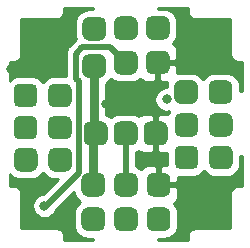
<source format=gbr>
%TF.GenerationSoftware,KiCad,Pcbnew,(5.1.10)-1*%
%TF.CreationDate,2021-06-06T01:25:55+08:00*%
%TF.ProjectId,W2S2812B,57325332-3831-4324-922e-6b696361645f,rev?*%
%TF.SameCoordinates,Original*%
%TF.FileFunction,Copper,L2,Bot*%
%TF.FilePolarity,Positive*%
%FSLAX46Y46*%
G04 Gerber Fmt 4.6, Leading zero omitted, Abs format (unit mm)*
G04 Created by KiCad (PCBNEW (5.1.10)-1) date 2021-06-06 01:25:55*
%MOMM*%
%LPD*%
G01*
G04 APERTURE LIST*
%TA.AperFunction,ViaPad*%
%ADD10C,0.800000*%
%TD*%
%TA.AperFunction,Conductor*%
%ADD11C,0.762000*%
%TD*%
%TA.AperFunction,Conductor*%
%ADD12C,0.508000*%
%TD*%
%TA.AperFunction,Conductor*%
%ADD13C,0.254000*%
%TD*%
%TA.AperFunction,Conductor*%
%ADD14C,0.350000*%
%TD*%
%ADD15C,0.350000*%
G04 APERTURE END LIST*
%TO.P,R2,1*%
%TO.N,Net-(R2-Pad1)*%
%TA.AperFunction,ConnectorPad*%
G36*
G01*
X10500000Y18090000D02*
X10500000Y17090000D01*
G75*
G02*
X10000000Y16590000I-500000J0D01*
G01*
X9000000Y16590000D01*
G75*
G02*
X8500000Y17090000I0J500000D01*
G01*
X8500000Y18090000D01*
G75*
G02*
X9000000Y18590000I500000J0D01*
G01*
X10000000Y18590000D01*
G75*
G02*
X10500000Y18090000I0J-500000D01*
G01*
G37*
%TD.AperFunction*%
%TO.P,R2,2*%
%TO.N,Net-(D4-Pad2)*%
%TA.AperFunction,ConnectorPad*%
G36*
G01*
X10500000Y15170000D02*
X10500000Y14170000D01*
G75*
G02*
X10000000Y13670000I-500000J0D01*
G01*
X9000000Y13670000D01*
G75*
G02*
X8500000Y14170000I0J500000D01*
G01*
X8500000Y15170000D01*
G75*
G02*
X9000000Y15670000I500000J0D01*
G01*
X10000000Y15670000D01*
G75*
G02*
X10500000Y15170000I0J-500000D01*
G01*
G37*
%TD.AperFunction*%
%TD*%
%TO.P,R1,1*%
%TO.N,Net-(R1-Pad1)*%
%TA.AperFunction,ConnectorPad*%
G36*
G01*
X7820000Y18040000D02*
X7820000Y17040000D01*
G75*
G02*
X7320000Y16540000I-500000J0D01*
G01*
X6320000Y16540000D01*
G75*
G02*
X5820000Y17040000I0J500000D01*
G01*
X5820000Y18040000D01*
G75*
G02*
X6320000Y18540000I500000J0D01*
G01*
X7320000Y18540000D01*
G75*
G02*
X7820000Y18040000I0J-500000D01*
G01*
G37*
%TD.AperFunction*%
%TO.P,R1,2*%
%TO.N,+5V*%
%TA.AperFunction,ConnectorPad*%
G36*
G01*
X7810000Y14890000D02*
X7810000Y13890000D01*
G75*
G02*
X7310000Y13390000I-500000J0D01*
G01*
X6310000Y13390000D01*
G75*
G02*
X5810000Y13890000I0J500000D01*
G01*
X5810000Y14890000D01*
G75*
G02*
X6310000Y15390000I500000J0D01*
G01*
X7310000Y15390000D01*
G75*
G02*
X7810000Y14890000I0J-500000D01*
G01*
G37*
%TD.AperFunction*%
%TD*%
%TO.P,R4,2*%
%TO.N,N/C*%
%TA.AperFunction,ConnectorPad*%
G36*
G01*
X3420000Y12900000D02*
X4420000Y12900000D01*
G75*
G02*
X4920000Y12400000I0J-500000D01*
G01*
X4920000Y11400000D01*
G75*
G02*
X4420000Y10900000I-500000J0D01*
G01*
X3420000Y10900000D01*
G75*
G02*
X2920000Y11400000I0J500000D01*
G01*
X2920000Y12400000D01*
G75*
G02*
X3420000Y12900000I500000J0D01*
G01*
G37*
%TD.AperFunction*%
%TO.P,R4,1*%
%TA.AperFunction,ConnectorPad*%
G36*
G01*
X500000Y12900000D02*
X1500000Y12900000D01*
G75*
G02*
X2000000Y12400000I0J-500000D01*
G01*
X2000000Y11400000D01*
G75*
G02*
X1500000Y10900000I-500000J0D01*
G01*
X500000Y10900000D01*
G75*
G02*
X0Y11400000I0J500000D01*
G01*
X0Y12400000D01*
G75*
G02*
X500000Y12900000I500000J0D01*
G01*
G37*
%TD.AperFunction*%
%TD*%
%TO.P,R4,2*%
%TO.N,N/C*%
%TA.AperFunction,ConnectorPad*%
G36*
G01*
X3420000Y10170000D02*
X4420000Y10170000D01*
G75*
G02*
X4920000Y9670000I0J-500000D01*
G01*
X4920000Y8670000D01*
G75*
G02*
X4420000Y8170000I-500000J0D01*
G01*
X3420000Y8170000D01*
G75*
G02*
X2920000Y8670000I0J500000D01*
G01*
X2920000Y9670000D01*
G75*
G02*
X3420000Y10170000I500000J0D01*
G01*
G37*
%TD.AperFunction*%
%TO.P,R4,1*%
%TA.AperFunction,ConnectorPad*%
G36*
G01*
X500000Y10170000D02*
X1500000Y10170000D01*
G75*
G02*
X2000000Y9670000I0J-500000D01*
G01*
X2000000Y8670000D01*
G75*
G02*
X1500000Y8170000I-500000J0D01*
G01*
X500000Y8170000D01*
G75*
G02*
X0Y8670000I0J500000D01*
G01*
X0Y9670000D01*
G75*
G02*
X500000Y10170000I500000J0D01*
G01*
G37*
%TD.AperFunction*%
%TD*%
%TO.P,R4,2*%
%TO.N,N/C*%
%TA.AperFunction,ConnectorPad*%
G36*
G01*
X3450000Y7460000D02*
X4450000Y7460000D01*
G75*
G02*
X4950000Y6960000I0J-500000D01*
G01*
X4950000Y5960000D01*
G75*
G02*
X4450000Y5460000I-500000J0D01*
G01*
X3450000Y5460000D01*
G75*
G02*
X2950000Y5960000I0J500000D01*
G01*
X2950000Y6960000D01*
G75*
G02*
X3450000Y7460000I500000J0D01*
G01*
G37*
%TD.AperFunction*%
%TO.P,R4,1*%
%TA.AperFunction,ConnectorPad*%
G36*
G01*
X530000Y7460000D02*
X1530000Y7460000D01*
G75*
G02*
X2030000Y6960000I0J-500000D01*
G01*
X2030000Y5960000D01*
G75*
G02*
X1530000Y5460000I-500000J0D01*
G01*
X530000Y5460000D01*
G75*
G02*
X30000Y5960000I0J500000D01*
G01*
X30000Y6960000D01*
G75*
G02*
X530000Y7460000I500000J0D01*
G01*
G37*
%TD.AperFunction*%
%TD*%
%TO.P,R4,2*%
%TO.N,N/C*%
%TA.AperFunction,ConnectorPad*%
G36*
G01*
X17050000Y7650000D02*
X18050000Y7650000D01*
G75*
G02*
X18550000Y7150000I0J-500000D01*
G01*
X18550000Y6150000D01*
G75*
G02*
X18050000Y5650000I-500000J0D01*
G01*
X17050000Y5650000D01*
G75*
G02*
X16550000Y6150000I0J500000D01*
G01*
X16550000Y7150000D01*
G75*
G02*
X17050000Y7650000I500000J0D01*
G01*
G37*
%TD.AperFunction*%
%TO.P,R4,1*%
%TA.AperFunction,ConnectorPad*%
G36*
G01*
X14130000Y7650000D02*
X15130000Y7650000D01*
G75*
G02*
X15630000Y7150000I0J-500000D01*
G01*
X15630000Y6150000D01*
G75*
G02*
X15130000Y5650000I-500000J0D01*
G01*
X14130000Y5650000D01*
G75*
G02*
X13630000Y6150000I0J500000D01*
G01*
X13630000Y7150000D01*
G75*
G02*
X14130000Y7650000I500000J0D01*
G01*
G37*
%TD.AperFunction*%
%TD*%
%TO.P,R4,2*%
%TO.N,N/C*%
%TA.AperFunction,ConnectorPad*%
G36*
G01*
X17040000Y10400000D02*
X18040000Y10400000D01*
G75*
G02*
X18540000Y9900000I0J-500000D01*
G01*
X18540000Y8900000D01*
G75*
G02*
X18040000Y8400000I-500000J0D01*
G01*
X17040000Y8400000D01*
G75*
G02*
X16540000Y8900000I0J500000D01*
G01*
X16540000Y9900000D01*
G75*
G02*
X17040000Y10400000I500000J0D01*
G01*
G37*
%TD.AperFunction*%
%TO.P,R4,1*%
%TA.AperFunction,ConnectorPad*%
G36*
G01*
X14120000Y10400000D02*
X15120000Y10400000D01*
G75*
G02*
X15620000Y9900000I0J-500000D01*
G01*
X15620000Y8900000D01*
G75*
G02*
X15120000Y8400000I-500000J0D01*
G01*
X14120000Y8400000D01*
G75*
G02*
X13620000Y8900000I0J500000D01*
G01*
X13620000Y9900000D01*
G75*
G02*
X14120000Y10400000I500000J0D01*
G01*
G37*
%TD.AperFunction*%
%TD*%
%TO.P,R4,2*%
%TO.N,N/C*%
%TA.AperFunction,ConnectorPad*%
G36*
G01*
X17010000Y13190000D02*
X18010000Y13190000D01*
G75*
G02*
X18510000Y12690000I0J-500000D01*
G01*
X18510000Y11690000D01*
G75*
G02*
X18010000Y11190000I-500000J0D01*
G01*
X17010000Y11190000D01*
G75*
G02*
X16510000Y11690000I0J500000D01*
G01*
X16510000Y12690000D01*
G75*
G02*
X17010000Y13190000I500000J0D01*
G01*
G37*
%TD.AperFunction*%
%TO.P,R4,1*%
%TA.AperFunction,ConnectorPad*%
G36*
G01*
X14090000Y13190000D02*
X15090000Y13190000D01*
G75*
G02*
X15590000Y12690000I0J-500000D01*
G01*
X15590000Y11690000D01*
G75*
G02*
X15090000Y11190000I-500000J0D01*
G01*
X14090000Y11190000D01*
G75*
G02*
X13590000Y11690000I0J500000D01*
G01*
X13590000Y12690000D01*
G75*
G02*
X14090000Y13190000I500000J0D01*
G01*
G37*
%TD.AperFunction*%
%TD*%
%TO.P,R12,1*%
%TO.N,/OUT_RGB*%
%TA.AperFunction,ConnectorPad*%
G36*
G01*
X10510000Y4840000D02*
X10510000Y3840000D01*
G75*
G02*
X10010000Y3340000I-500000J0D01*
G01*
X9010000Y3340000D01*
G75*
G02*
X8510000Y3840000I0J500000D01*
G01*
X8510000Y4840000D01*
G75*
G02*
X9010000Y5340000I500000J0D01*
G01*
X10010000Y5340000D01*
G75*
G02*
X10510000Y4840000I0J-500000D01*
G01*
G37*
%TD.AperFunction*%
%TO.P,R12,2*%
%TO.N,Net-(R12-Pad2)*%
%TA.AperFunction,ConnectorPad*%
G36*
G01*
X10510000Y1920000D02*
X10510000Y920000D01*
G75*
G02*
X10010000Y420000I-500000J0D01*
G01*
X9010000Y420000D01*
G75*
G02*
X8510000Y920000I0J500000D01*
G01*
X8510000Y1920000D01*
G75*
G02*
X9010000Y2420000I500000J0D01*
G01*
X10010000Y2420000D01*
G75*
G02*
X10510000Y1920000I0J-500000D01*
G01*
G37*
%TD.AperFunction*%
%TD*%
%TO.P,R11,1*%
%TO.N,+5V*%
%TA.AperFunction,ConnectorPad*%
G36*
G01*
X7740000Y4840000D02*
X7740000Y3840000D01*
G75*
G02*
X7240000Y3340000I-500000J0D01*
G01*
X6240000Y3340000D01*
G75*
G02*
X5740000Y3840000I0J500000D01*
G01*
X5740000Y4840000D01*
G75*
G02*
X6240000Y5340000I500000J0D01*
G01*
X7240000Y5340000D01*
G75*
G02*
X7740000Y4840000I0J-500000D01*
G01*
G37*
%TD.AperFunction*%
%TO.P,R11,2*%
%TO.N,Net-(R11-Pad2)*%
%TA.AperFunction,ConnectorPad*%
G36*
G01*
X7740000Y1920000D02*
X7740000Y920000D01*
G75*
G02*
X7240000Y420000I-500000J0D01*
G01*
X6240000Y420000D01*
G75*
G02*
X5740000Y920000I0J500000D01*
G01*
X5740000Y1920000D01*
G75*
G02*
X6240000Y2420000I500000J0D01*
G01*
X7240000Y2420000D01*
G75*
G02*
X7740000Y1920000I0J-500000D01*
G01*
G37*
%TD.AperFunction*%
%TD*%
%TO.P,R4,1*%
%TO.N,GND*%
%TA.AperFunction,ConnectorPad*%
G36*
G01*
X13280000Y4840000D02*
X13280000Y3840000D01*
G75*
G02*
X12780000Y3340000I-500000J0D01*
G01*
X11780000Y3340000D01*
G75*
G02*
X11280000Y3840000I0J500000D01*
G01*
X11280000Y4840000D01*
G75*
G02*
X11780000Y5340000I500000J0D01*
G01*
X12780000Y5340000D01*
G75*
G02*
X13280000Y4840000I0J-500000D01*
G01*
G37*
%TD.AperFunction*%
%TO.P,R4,2*%
%TO.N,Net-(R4-Pad2)*%
%TA.AperFunction,ConnectorPad*%
G36*
G01*
X13280000Y1920000D02*
X13280000Y920000D01*
G75*
G02*
X12780000Y420000I-500000J0D01*
G01*
X11780000Y420000D01*
G75*
G02*
X11280000Y920000I0J500000D01*
G01*
X11280000Y1920000D01*
G75*
G02*
X11780000Y2420000I500000J0D01*
G01*
X12780000Y2420000D01*
G75*
G02*
X13280000Y1920000I0J-500000D01*
G01*
G37*
%TD.AperFunction*%
%TD*%
%TO.P,R3,1*%
%TO.N,Net-(R3-Pad1)*%
%TA.AperFunction,ConnectorPad*%
G36*
G01*
X13210000Y18120000D02*
X13210000Y17120000D01*
G75*
G02*
X12710000Y16620000I-500000J0D01*
G01*
X11710000Y16620000D01*
G75*
G02*
X11210000Y17120000I0J500000D01*
G01*
X11210000Y18120000D01*
G75*
G02*
X11710000Y18620000I500000J0D01*
G01*
X12710000Y18620000D01*
G75*
G02*
X13210000Y18120000I0J-500000D01*
G01*
G37*
%TD.AperFunction*%
%TO.P,R3,2*%
%TO.N,GND*%
%TA.AperFunction,ConnectorPad*%
G36*
G01*
X13210000Y15200000D02*
X13210000Y14200000D01*
G75*
G02*
X12710000Y13700000I-500000J0D01*
G01*
X11710000Y13700000D01*
G75*
G02*
X11210000Y14200000I0J500000D01*
G01*
X11210000Y15200000D01*
G75*
G02*
X11710000Y15700000I500000J0D01*
G01*
X12710000Y15700000D01*
G75*
G02*
X13210000Y15200000I0J-500000D01*
G01*
G37*
%TD.AperFunction*%
%TD*%
%TO.P,J1,3*%
%TO.N,GND*%
%TA.AperFunction,ComponentPad*%
G36*
G01*
X12528000Y7664000D02*
X11512000Y7664000D01*
G75*
G02*
X11004000Y8172000I0J508000D01*
G01*
X11004000Y9188000D01*
G75*
G02*
X11512000Y9696000I508000J0D01*
G01*
X12528000Y9696000D01*
G75*
G02*
X13036000Y9188000I0J-508000D01*
G01*
X13036000Y8172000D01*
G75*
G02*
X12528000Y7664000I-508000J0D01*
G01*
G37*
%TD.AperFunction*%
%TO.P,J1,2*%
%TO.N,/OUT_RGB*%
%TA.AperFunction,ComponentPad*%
G36*
G01*
X9988000Y7664000D02*
X8972000Y7664000D01*
G75*
G02*
X8464000Y8172000I0J508000D01*
G01*
X8464000Y9188000D01*
G75*
G02*
X8972000Y9696000I508000J0D01*
G01*
X9988000Y9696000D01*
G75*
G02*
X10496000Y9188000I0J-508000D01*
G01*
X10496000Y8172000D01*
G75*
G02*
X9988000Y7664000I-508000J0D01*
G01*
G37*
%TD.AperFunction*%
%TO.P,J1,1*%
%TO.N,+5V*%
%TA.AperFunction,ComponentPad*%
G36*
G01*
X7448000Y7664000D02*
X6432000Y7664000D01*
G75*
G02*
X5924000Y8172000I0J508000D01*
G01*
X5924000Y9188000D01*
G75*
G02*
X6432000Y9696000I508000J0D01*
G01*
X7448000Y9696000D01*
G75*
G02*
X7956000Y9188000I0J-508000D01*
G01*
X7956000Y8172000D01*
G75*
G02*
X7448000Y7664000I-508000J0D01*
G01*
G37*
%TD.AperFunction*%
%TD*%
D10*
%TO.N,*%
X12960000Y11560000D03*
%TO.N,GND*%
X17830000Y14860000D03*
X7830000Y11150000D03*
X15210000Y3540000D03*
X1010000Y4110000D03*
X-250000Y14130000D03*
X10780000Y11750000D03*
%TO.N,Net-(D4-Pad2)*%
X2600000Y2560000D03*
%TD*%
D11*
%TO.N,+5V*%
X6840000Y11420000D02*
X6840000Y8760000D01*
X6820000Y11440000D02*
X6840000Y11420000D01*
X6820000Y14620000D02*
X6820000Y11440000D01*
X6740000Y8480000D02*
X6940000Y8680000D01*
X6740000Y4340000D02*
X6740000Y8480000D01*
D12*
%TO.N,/OUT_RGB*%
X9510000Y8650000D02*
X9480000Y8680000D01*
X9510000Y4340000D02*
X9510000Y8650000D01*
%TO.N,Net-(D4-Pad2)*%
X9500000Y14737980D02*
X9500000Y14670000D01*
X5820000Y15970000D02*
X8200000Y15970000D01*
X5301010Y15451010D02*
X5820000Y15970000D01*
X5301010Y13311010D02*
X5301010Y15451010D01*
X8200000Y15970000D02*
X9500000Y14670000D01*
X5510000Y5355938D02*
X5510000Y13102020D01*
X2714062Y2560000D02*
X5510000Y5355938D01*
X5510000Y13102020D02*
X5301010Y13311010D01*
X2600000Y2560000D02*
X2714062Y2560000D01*
%TD*%
D13*
%TO.N,GND*%
X2503728Y5327721D02*
X2645262Y5155262D01*
X2817721Y5013728D01*
X3014479Y4908559D01*
X3227973Y4843796D01*
X3450000Y4821928D01*
X3718754Y4821928D01*
X2490279Y3593452D01*
X2298102Y3555226D01*
X2109744Y3477205D01*
X1940226Y3363937D01*
X1796063Y3219774D01*
X1682795Y3050256D01*
X1604774Y2861898D01*
X1565000Y2661939D01*
X1565000Y2458061D01*
X1604774Y2258102D01*
X1682795Y2069744D01*
X1796063Y1900226D01*
X1940226Y1756063D01*
X2109744Y1642795D01*
X2298102Y1564774D01*
X2498061Y1525000D01*
X2701939Y1525000D01*
X2901898Y1564774D01*
X3090256Y1642795D01*
X3259774Y1756063D01*
X3403937Y1900226D01*
X3517205Y2069744D01*
X3542777Y2131480D01*
X5115321Y3704023D01*
X5123796Y3617973D01*
X5188559Y3404479D01*
X5293728Y3207721D01*
X5435262Y3035262D01*
X5607721Y2893728D01*
X5633404Y2880000D01*
X5607721Y2866272D01*
X5435262Y2724738D01*
X5293728Y2552279D01*
X5188559Y2355521D01*
X5123796Y2142027D01*
X5101928Y1920000D01*
X5101928Y920000D01*
X5123796Y697973D01*
X5188559Y484479D01*
X5293728Y287721D01*
X5435262Y115262D01*
X5607721Y-26272D01*
X5804479Y-131441D01*
X6017973Y-196204D01*
X6240000Y-218072D01*
X6740001Y-218072D01*
X6740001Y-340000D01*
X4260000Y-340000D01*
X4260000Y-32418D01*
X4263193Y0D01*
X4250450Y129383D01*
X4212710Y253793D01*
X4151425Y368450D01*
X4068948Y468948D01*
X3968450Y551425D01*
X3853793Y612710D01*
X3729383Y650450D01*
X3632419Y660000D01*
X3600000Y663193D01*
X3567581Y660000D01*
X660000Y660000D01*
X660000Y3567582D01*
X663193Y3600000D01*
X650450Y3729383D01*
X612710Y3853793D01*
X551425Y3968450D01*
X468948Y4068948D01*
X368450Y4151425D01*
X253793Y4212710D01*
X129383Y4250450D01*
X32419Y4260000D01*
X0Y4263193D01*
X-32419Y4260000D01*
X-340000Y4260000D01*
X-340000Y5234784D01*
X-274738Y5155262D01*
X-102279Y5013728D01*
X94479Y4908559D01*
X307973Y4843796D01*
X530000Y4821928D01*
X1530000Y4821928D01*
X1752027Y4843796D01*
X1965521Y4908559D01*
X2162279Y5013728D01*
X2334738Y5155262D01*
X2476272Y5327721D01*
X2490000Y5353404D01*
X2503728Y5327721D01*
%TA.AperFunction,Conductor*%
D14*
G36*
X2503728Y5327721D02*
G01*
X2645262Y5155262D01*
X2817721Y5013728D01*
X3014479Y4908559D01*
X3227973Y4843796D01*
X3450000Y4821928D01*
X3718754Y4821928D01*
X2490279Y3593452D01*
X2298102Y3555226D01*
X2109744Y3477205D01*
X1940226Y3363937D01*
X1796063Y3219774D01*
X1682795Y3050256D01*
X1604774Y2861898D01*
X1565000Y2661939D01*
X1565000Y2458061D01*
X1604774Y2258102D01*
X1682795Y2069744D01*
X1796063Y1900226D01*
X1940226Y1756063D01*
X2109744Y1642795D01*
X2298102Y1564774D01*
X2498061Y1525000D01*
X2701939Y1525000D01*
X2901898Y1564774D01*
X3090256Y1642795D01*
X3259774Y1756063D01*
X3403937Y1900226D01*
X3517205Y2069744D01*
X3542777Y2131480D01*
X5115321Y3704023D01*
X5123796Y3617973D01*
X5188559Y3404479D01*
X5293728Y3207721D01*
X5435262Y3035262D01*
X5607721Y2893728D01*
X5633404Y2880000D01*
X5607721Y2866272D01*
X5435262Y2724738D01*
X5293728Y2552279D01*
X5188559Y2355521D01*
X5123796Y2142027D01*
X5101928Y1920000D01*
X5101928Y920000D01*
X5123796Y697973D01*
X5188559Y484479D01*
X5293728Y287721D01*
X5435262Y115262D01*
X5607721Y-26272D01*
X5804479Y-131441D01*
X6017973Y-196204D01*
X6240000Y-218072D01*
X6740001Y-218072D01*
X6740001Y-340000D01*
X4260000Y-340000D01*
X4260000Y-32418D01*
X4263193Y0D01*
X4250450Y129383D01*
X4212710Y253793D01*
X4151425Y368450D01*
X4068948Y468948D01*
X3968450Y551425D01*
X3853793Y612710D01*
X3729383Y650450D01*
X3632419Y660000D01*
X3600000Y663193D01*
X3567581Y660000D01*
X660000Y660000D01*
X660000Y3567582D01*
X663193Y3600000D01*
X650450Y3729383D01*
X612710Y3853793D01*
X551425Y3968450D01*
X468948Y4068948D01*
X368450Y4151425D01*
X253793Y4212710D01*
X129383Y4250450D01*
X32419Y4260000D01*
X0Y4263193D01*
X-32419Y4260000D01*
X-340000Y4260000D01*
X-340000Y5234784D01*
X-274738Y5155262D01*
X-102279Y5013728D01*
X94479Y4908559D01*
X307973Y4843796D01*
X530000Y4821928D01*
X1530000Y4821928D01*
X1752027Y4843796D01*
X1965521Y4908559D01*
X2162279Y5013728D01*
X2334738Y5155262D01*
X2476272Y5327721D01*
X2490000Y5353404D01*
X2503728Y5327721D01*
G37*
%TD.AperFunction*%
D13*
X14740000Y19032420D02*
X14736807Y19000000D01*
X14749550Y18870617D01*
X14787290Y18746207D01*
X14848575Y18631550D01*
X14910971Y18555521D01*
X14931052Y18531052D01*
X15031550Y18448575D01*
X15146207Y18387290D01*
X15270617Y18349550D01*
X15400000Y18336807D01*
X15432419Y18340000D01*
X18340000Y18340000D01*
X18340001Y15432429D01*
X18336807Y15400000D01*
X18349550Y15270617D01*
X18387290Y15146207D01*
X18448575Y15031550D01*
X18531052Y14931052D01*
X18631550Y14848575D01*
X18746207Y14787290D01*
X18870617Y14749550D01*
X18967581Y14740000D01*
X19000000Y14736807D01*
X19032419Y14740000D01*
X19340001Y14740000D01*
X19340000Y12260000D01*
X19148072Y12260000D01*
X19148072Y12690000D01*
X19126204Y12912027D01*
X19061441Y13125521D01*
X18956272Y13322279D01*
X18814738Y13494738D01*
X18642279Y13636272D01*
X18445521Y13741441D01*
X18232027Y13806204D01*
X18010000Y13828072D01*
X17010000Y13828072D01*
X16787973Y13806204D01*
X16574479Y13741441D01*
X16377721Y13636272D01*
X16205262Y13494738D01*
X16063728Y13322279D01*
X16050000Y13296596D01*
X16036272Y13322279D01*
X15894738Y13494738D01*
X15722279Y13636272D01*
X15525521Y13741441D01*
X15312027Y13806204D01*
X15090000Y13828072D01*
X14090000Y13828072D01*
X13867973Y13806204D01*
X13847642Y13800037D01*
X13845000Y14414250D01*
X13686250Y14573000D01*
X12337000Y14573000D01*
X12337000Y13223750D01*
X12495750Y13065000D01*
X13019517Y13062747D01*
X12973796Y12912027D01*
X12951928Y12690000D01*
X12951928Y12595000D01*
X12858061Y12595000D01*
X12658102Y12555226D01*
X12469744Y12477205D01*
X12300226Y12363937D01*
X12156063Y12219774D01*
X12042795Y12050256D01*
X11964774Y11861898D01*
X11925000Y11661939D01*
X11925000Y11458061D01*
X11964774Y11258102D01*
X12042795Y11069744D01*
X12156063Y10900226D01*
X12300226Y10756063D01*
X12469744Y10642795D01*
X12658102Y10564774D01*
X12858061Y10525000D01*
X13061939Y10525000D01*
X13188398Y10550154D01*
X13173728Y10532279D01*
X13068559Y10335521D01*
X13067188Y10331000D01*
X13036000Y10334072D01*
X12305750Y10331000D01*
X12147000Y10172250D01*
X12147000Y8807000D01*
X12167000Y8807000D01*
X12167000Y8553000D01*
X12147000Y8553000D01*
X12147000Y7187750D01*
X12305750Y7029000D01*
X12991928Y7026113D01*
X12991928Y6150000D01*
X13008976Y5976906D01*
X12565750Y5975000D01*
X12407000Y5816250D01*
X12407000Y4467000D01*
X13756250Y4467000D01*
X13915000Y4625750D01*
X13916751Y5032931D01*
X14130000Y5011928D01*
X15130000Y5011928D01*
X15352027Y5033796D01*
X15565521Y5098559D01*
X15762279Y5203728D01*
X15934738Y5345262D01*
X16076272Y5517721D01*
X16090000Y5543404D01*
X16103728Y5517721D01*
X16245262Y5345262D01*
X16417721Y5203728D01*
X16614479Y5098559D01*
X16827973Y5033796D01*
X17050000Y5011928D01*
X18050000Y5011928D01*
X18272027Y5033796D01*
X18485521Y5098559D01*
X18682279Y5203728D01*
X18854738Y5345262D01*
X18996272Y5517721D01*
X19101441Y5714479D01*
X19166204Y5927973D01*
X19188072Y6150000D01*
X19188072Y6740000D01*
X19340001Y6740000D01*
X19340000Y4260000D01*
X19032419Y4260000D01*
X19000000Y4263193D01*
X18967581Y4260000D01*
X18870617Y4250450D01*
X18746207Y4212710D01*
X18631550Y4151425D01*
X18531052Y4068948D01*
X18448575Y3968450D01*
X18387290Y3853793D01*
X18349550Y3729383D01*
X18336807Y3600000D01*
X18340001Y3567571D01*
X18340000Y660000D01*
X15432419Y660000D01*
X15400000Y663193D01*
X15367581Y660000D01*
X15270617Y650450D01*
X15146207Y612710D01*
X15031550Y551425D01*
X14931052Y468948D01*
X14848575Y368450D01*
X14787290Y253793D01*
X14749550Y129383D01*
X14736807Y0D01*
X14740001Y-32429D01*
X14740001Y-340000D01*
X12260000Y-340000D01*
X12260000Y-218072D01*
X12780000Y-218072D01*
X13002027Y-196204D01*
X13215521Y-131441D01*
X13412279Y-26272D01*
X13584738Y115262D01*
X13726272Y287721D01*
X13831441Y484479D01*
X13896204Y697973D01*
X13918072Y920000D01*
X13918072Y1920000D01*
X13896204Y2142027D01*
X13831441Y2355521D01*
X13726272Y2552279D01*
X13584738Y2724738D01*
X13541844Y2759940D01*
X13634494Y2809463D01*
X13731185Y2888815D01*
X13810537Y2985506D01*
X13869502Y3095820D01*
X13905812Y3215518D01*
X13918072Y3340000D01*
X13915000Y4054250D01*
X13756250Y4213000D01*
X12407000Y4213000D01*
X12407000Y4193000D01*
X12153000Y4193000D01*
X12153000Y4213000D01*
X12133000Y4213000D01*
X12133000Y4467000D01*
X12153000Y4467000D01*
X12153000Y5816250D01*
X11994250Y5975000D01*
X11280000Y5978072D01*
X11155518Y5965812D01*
X11035820Y5929502D01*
X10925506Y5870537D01*
X10828815Y5791185D01*
X10751333Y5696773D01*
X10642279Y5786272D01*
X10445521Y5891441D01*
X10399000Y5905553D01*
X10399000Y7104801D01*
X10426583Y7113168D01*
X10576557Y7193331D01*
X10649506Y7133463D01*
X10759820Y7074498D01*
X10879518Y7038188D01*
X11004000Y7025928D01*
X11734250Y7029000D01*
X11893000Y7187750D01*
X11893000Y8553000D01*
X11873000Y8553000D01*
X11873000Y8807000D01*
X11893000Y8807000D01*
X11893000Y10172250D01*
X11734250Y10331000D01*
X11004000Y10334072D01*
X10879518Y10321812D01*
X10759820Y10285502D01*
X10649506Y10226537D01*
X10576557Y10166669D01*
X10426583Y10246832D01*
X10211588Y10312051D01*
X9988000Y10334072D01*
X8972000Y10334072D01*
X8748412Y10312051D01*
X8533417Y10246832D01*
X8335277Y10140924D01*
X8210000Y10038112D01*
X8084723Y10140924D01*
X7886583Y10246832D01*
X7856000Y10256109D01*
X7856000Y11370107D01*
X7860914Y11420001D01*
X7856000Y11469895D01*
X7856000Y11469902D01*
X7841298Y11619171D01*
X7836000Y11636636D01*
X7836000Y12886921D01*
X7942279Y12943728D01*
X8114738Y13085262D01*
X8256272Y13257721D01*
X8277624Y13297669D01*
X8367721Y13223728D01*
X8564479Y13118559D01*
X8777973Y13053796D01*
X9000000Y13031928D01*
X10000000Y13031928D01*
X10222027Y13053796D01*
X10435521Y13118559D01*
X10632279Y13223728D01*
X10720192Y13295877D01*
X10758815Y13248815D01*
X10855506Y13169463D01*
X10965820Y13110498D01*
X11085518Y13074188D01*
X11210000Y13061928D01*
X11924250Y13065000D01*
X12083000Y13223750D01*
X12083000Y14573000D01*
X12063000Y14573000D01*
X12063000Y14827000D01*
X12083000Y14827000D01*
X12083000Y14847000D01*
X12337000Y14847000D01*
X12337000Y14827000D01*
X13686250Y14827000D01*
X13845000Y14985750D01*
X13848072Y15700000D01*
X13835812Y15824482D01*
X13799502Y15944180D01*
X13740537Y16054494D01*
X13661185Y16151185D01*
X13564494Y16230537D01*
X13471844Y16280060D01*
X13514738Y16315262D01*
X13656272Y16487721D01*
X13761441Y16684479D01*
X13826204Y16897973D01*
X13848072Y17120000D01*
X13848072Y18120000D01*
X13826204Y18342027D01*
X13761441Y18555521D01*
X13656272Y18752279D01*
X13514738Y18924738D01*
X13342279Y19066272D01*
X13145521Y19171441D01*
X12932027Y19236204D01*
X12710000Y19258072D01*
X12260000Y19258072D01*
X12260000Y19340000D01*
X14740000Y19340000D01*
X14740000Y19032420D01*
%TA.AperFunction,Conductor*%
D14*
G36*
X14740000Y19032420D02*
G01*
X14736807Y19000000D01*
X14749550Y18870617D01*
X14787290Y18746207D01*
X14848575Y18631550D01*
X14910971Y18555521D01*
X14931052Y18531052D01*
X15031550Y18448575D01*
X15146207Y18387290D01*
X15270617Y18349550D01*
X15400000Y18336807D01*
X15432419Y18340000D01*
X18340000Y18340000D01*
X18340001Y15432429D01*
X18336807Y15400000D01*
X18349550Y15270617D01*
X18387290Y15146207D01*
X18448575Y15031550D01*
X18531052Y14931052D01*
X18631550Y14848575D01*
X18746207Y14787290D01*
X18870617Y14749550D01*
X18967581Y14740000D01*
X19000000Y14736807D01*
X19032419Y14740000D01*
X19340001Y14740000D01*
X19340000Y12260000D01*
X19148072Y12260000D01*
X19148072Y12690000D01*
X19126204Y12912027D01*
X19061441Y13125521D01*
X18956272Y13322279D01*
X18814738Y13494738D01*
X18642279Y13636272D01*
X18445521Y13741441D01*
X18232027Y13806204D01*
X18010000Y13828072D01*
X17010000Y13828072D01*
X16787973Y13806204D01*
X16574479Y13741441D01*
X16377721Y13636272D01*
X16205262Y13494738D01*
X16063728Y13322279D01*
X16050000Y13296596D01*
X16036272Y13322279D01*
X15894738Y13494738D01*
X15722279Y13636272D01*
X15525521Y13741441D01*
X15312027Y13806204D01*
X15090000Y13828072D01*
X14090000Y13828072D01*
X13867973Y13806204D01*
X13847642Y13800037D01*
X13845000Y14414250D01*
X13686250Y14573000D01*
X12337000Y14573000D01*
X12337000Y13223750D01*
X12495750Y13065000D01*
X13019517Y13062747D01*
X12973796Y12912027D01*
X12951928Y12690000D01*
X12951928Y12595000D01*
X12858061Y12595000D01*
X12658102Y12555226D01*
X12469744Y12477205D01*
X12300226Y12363937D01*
X12156063Y12219774D01*
X12042795Y12050256D01*
X11964774Y11861898D01*
X11925000Y11661939D01*
X11925000Y11458061D01*
X11964774Y11258102D01*
X12042795Y11069744D01*
X12156063Y10900226D01*
X12300226Y10756063D01*
X12469744Y10642795D01*
X12658102Y10564774D01*
X12858061Y10525000D01*
X13061939Y10525000D01*
X13188398Y10550154D01*
X13173728Y10532279D01*
X13068559Y10335521D01*
X13067188Y10331000D01*
X13036000Y10334072D01*
X12305750Y10331000D01*
X12147000Y10172250D01*
X12147000Y8807000D01*
X12167000Y8807000D01*
X12167000Y8553000D01*
X12147000Y8553000D01*
X12147000Y7187750D01*
X12305750Y7029000D01*
X12991928Y7026113D01*
X12991928Y6150000D01*
X13008976Y5976906D01*
X12565750Y5975000D01*
X12407000Y5816250D01*
X12407000Y4467000D01*
X13756250Y4467000D01*
X13915000Y4625750D01*
X13916751Y5032931D01*
X14130000Y5011928D01*
X15130000Y5011928D01*
X15352027Y5033796D01*
X15565521Y5098559D01*
X15762279Y5203728D01*
X15934738Y5345262D01*
X16076272Y5517721D01*
X16090000Y5543404D01*
X16103728Y5517721D01*
X16245262Y5345262D01*
X16417721Y5203728D01*
X16614479Y5098559D01*
X16827973Y5033796D01*
X17050000Y5011928D01*
X18050000Y5011928D01*
X18272027Y5033796D01*
X18485521Y5098559D01*
X18682279Y5203728D01*
X18854738Y5345262D01*
X18996272Y5517721D01*
X19101441Y5714479D01*
X19166204Y5927973D01*
X19188072Y6150000D01*
X19188072Y6740000D01*
X19340001Y6740000D01*
X19340000Y4260000D01*
X19032419Y4260000D01*
X19000000Y4263193D01*
X18967581Y4260000D01*
X18870617Y4250450D01*
X18746207Y4212710D01*
X18631550Y4151425D01*
X18531052Y4068948D01*
X18448575Y3968450D01*
X18387290Y3853793D01*
X18349550Y3729383D01*
X18336807Y3600000D01*
X18340001Y3567571D01*
X18340000Y660000D01*
X15432419Y660000D01*
X15400000Y663193D01*
X15367581Y660000D01*
X15270617Y650450D01*
X15146207Y612710D01*
X15031550Y551425D01*
X14931052Y468948D01*
X14848575Y368450D01*
X14787290Y253793D01*
X14749550Y129383D01*
X14736807Y0D01*
X14740001Y-32429D01*
X14740001Y-340000D01*
X12260000Y-340000D01*
X12260000Y-218072D01*
X12780000Y-218072D01*
X13002027Y-196204D01*
X13215521Y-131441D01*
X13412279Y-26272D01*
X13584738Y115262D01*
X13726272Y287721D01*
X13831441Y484479D01*
X13896204Y697973D01*
X13918072Y920000D01*
X13918072Y1920000D01*
X13896204Y2142027D01*
X13831441Y2355521D01*
X13726272Y2552279D01*
X13584738Y2724738D01*
X13541844Y2759940D01*
X13634494Y2809463D01*
X13731185Y2888815D01*
X13810537Y2985506D01*
X13869502Y3095820D01*
X13905812Y3215518D01*
X13918072Y3340000D01*
X13915000Y4054250D01*
X13756250Y4213000D01*
X12407000Y4213000D01*
X12407000Y4193000D01*
X12153000Y4193000D01*
X12153000Y4213000D01*
X12133000Y4213000D01*
X12133000Y4467000D01*
X12153000Y4467000D01*
X12153000Y5816250D01*
X11994250Y5975000D01*
X11280000Y5978072D01*
X11155518Y5965812D01*
X11035820Y5929502D01*
X10925506Y5870537D01*
X10828815Y5791185D01*
X10751333Y5696773D01*
X10642279Y5786272D01*
X10445521Y5891441D01*
X10399000Y5905553D01*
X10399000Y7104801D01*
X10426583Y7113168D01*
X10576557Y7193331D01*
X10649506Y7133463D01*
X10759820Y7074498D01*
X10879518Y7038188D01*
X11004000Y7025928D01*
X11734250Y7029000D01*
X11893000Y7187750D01*
X11893000Y8553000D01*
X11873000Y8553000D01*
X11873000Y8807000D01*
X11893000Y8807000D01*
X11893000Y10172250D01*
X11734250Y10331000D01*
X11004000Y10334072D01*
X10879518Y10321812D01*
X10759820Y10285502D01*
X10649506Y10226537D01*
X10576557Y10166669D01*
X10426583Y10246832D01*
X10211588Y10312051D01*
X9988000Y10334072D01*
X8972000Y10334072D01*
X8748412Y10312051D01*
X8533417Y10246832D01*
X8335277Y10140924D01*
X8210000Y10038112D01*
X8084723Y10140924D01*
X7886583Y10246832D01*
X7856000Y10256109D01*
X7856000Y11370107D01*
X7860914Y11420001D01*
X7856000Y11469895D01*
X7856000Y11469902D01*
X7841298Y11619171D01*
X7836000Y11636636D01*
X7836000Y12886921D01*
X7942279Y12943728D01*
X8114738Y13085262D01*
X8256272Y13257721D01*
X8277624Y13297669D01*
X8367721Y13223728D01*
X8564479Y13118559D01*
X8777973Y13053796D01*
X9000000Y13031928D01*
X10000000Y13031928D01*
X10222027Y13053796D01*
X10435521Y13118559D01*
X10632279Y13223728D01*
X10720192Y13295877D01*
X10758815Y13248815D01*
X10855506Y13169463D01*
X10965820Y13110498D01*
X11085518Y13074188D01*
X11210000Y13061928D01*
X11924250Y13065000D01*
X12083000Y13223750D01*
X12083000Y14573000D01*
X12063000Y14573000D01*
X12063000Y14827000D01*
X12083000Y14827000D01*
X12083000Y14847000D01*
X12337000Y14847000D01*
X12337000Y14827000D01*
X13686250Y14827000D01*
X13845000Y14985750D01*
X13848072Y15700000D01*
X13835812Y15824482D01*
X13799502Y15944180D01*
X13740537Y16054494D01*
X13661185Y16151185D01*
X13564494Y16230537D01*
X13471844Y16280060D01*
X13514738Y16315262D01*
X13656272Y16487721D01*
X13761441Y16684479D01*
X13826204Y16897973D01*
X13848072Y17120000D01*
X13848072Y18120000D01*
X13826204Y18342027D01*
X13761441Y18555521D01*
X13656272Y18752279D01*
X13514738Y18924738D01*
X13342279Y19066272D01*
X13145521Y19171441D01*
X12932027Y19236204D01*
X12710000Y19258072D01*
X12260000Y19258072D01*
X12260000Y19340000D01*
X14740000Y19340000D01*
X14740000Y19032420D01*
G37*
%TD.AperFunction*%
D13*
X6740000Y19178072D02*
X6320000Y19178072D01*
X6097973Y19156204D01*
X5884479Y19091441D01*
X5687721Y18986272D01*
X5515262Y18844738D01*
X5373728Y18672279D01*
X5268559Y18475521D01*
X5203796Y18262027D01*
X5181928Y18040000D01*
X5181928Y17040000D01*
X5203796Y16817973D01*
X5253254Y16654932D01*
X5188341Y16601659D01*
X5160501Y16567736D01*
X4703269Y16110504D01*
X4669352Y16082669D01*
X4641517Y16048752D01*
X4641515Y16048750D01*
X4558258Y15947301D01*
X4475708Y15792862D01*
X4424874Y15625284D01*
X4407710Y15451010D01*
X4412011Y15407340D01*
X4412010Y13538072D01*
X3420000Y13538072D01*
X3197973Y13516204D01*
X2984479Y13451441D01*
X2787721Y13346272D01*
X2615262Y13204738D01*
X2473728Y13032279D01*
X2460000Y13006596D01*
X2446272Y13032279D01*
X2304738Y13204738D01*
X2132279Y13346272D01*
X1935521Y13451441D01*
X1722027Y13516204D01*
X1500000Y13538072D01*
X500000Y13538072D01*
X277973Y13516204D01*
X64479Y13451441D01*
X-132279Y13346272D01*
X-304738Y13204738D01*
X-340000Y13161771D01*
X-340000Y14740000D01*
X-32419Y14740000D01*
X0Y14736807D01*
X32419Y14740000D01*
X129383Y14749550D01*
X253793Y14787290D01*
X368450Y14848575D01*
X468948Y14931052D01*
X551425Y15031550D01*
X612710Y15146207D01*
X650450Y15270617D01*
X663193Y15400000D01*
X660000Y15432419D01*
X660000Y18340000D01*
X3567581Y18340000D01*
X3600000Y18336807D01*
X3632419Y18340000D01*
X3729383Y18349550D01*
X3853793Y18387290D01*
X3968450Y18448575D01*
X4068948Y18531052D01*
X4151425Y18631550D01*
X4212710Y18746207D01*
X4250450Y18870617D01*
X4263193Y19000000D01*
X4260000Y19032419D01*
X4260000Y19340000D01*
X6740000Y19340000D01*
X6740000Y19178072D01*
%TA.AperFunction,Conductor*%
D14*
G36*
X6740000Y19178072D02*
G01*
X6320000Y19178072D01*
X6097973Y19156204D01*
X5884479Y19091441D01*
X5687721Y18986272D01*
X5515262Y18844738D01*
X5373728Y18672279D01*
X5268559Y18475521D01*
X5203796Y18262027D01*
X5181928Y18040000D01*
X5181928Y17040000D01*
X5203796Y16817973D01*
X5253254Y16654932D01*
X5188341Y16601659D01*
X5160501Y16567736D01*
X4703269Y16110504D01*
X4669352Y16082669D01*
X4641517Y16048752D01*
X4641515Y16048750D01*
X4558258Y15947301D01*
X4475708Y15792862D01*
X4424874Y15625284D01*
X4407710Y15451010D01*
X4412011Y15407340D01*
X4412010Y13538072D01*
X3420000Y13538072D01*
X3197973Y13516204D01*
X2984479Y13451441D01*
X2787721Y13346272D01*
X2615262Y13204738D01*
X2473728Y13032279D01*
X2460000Y13006596D01*
X2446272Y13032279D01*
X2304738Y13204738D01*
X2132279Y13346272D01*
X1935521Y13451441D01*
X1722027Y13516204D01*
X1500000Y13538072D01*
X500000Y13538072D01*
X277973Y13516204D01*
X64479Y13451441D01*
X-132279Y13346272D01*
X-304738Y13204738D01*
X-340000Y13161771D01*
X-340000Y14740000D01*
X-32419Y14740000D01*
X0Y14736807D01*
X32419Y14740000D01*
X129383Y14749550D01*
X253793Y14787290D01*
X368450Y14848575D01*
X468948Y14931052D01*
X551425Y15031550D01*
X612710Y15146207D01*
X650450Y15270617D01*
X663193Y15400000D01*
X660000Y15432419D01*
X660000Y18340000D01*
X3567581Y18340000D01*
X3600000Y18336807D01*
X3632419Y18340000D01*
X3729383Y18349550D01*
X3853793Y18387290D01*
X3968450Y18448575D01*
X4068948Y18531052D01*
X4151425Y18631550D01*
X4212710Y18746207D01*
X4250450Y18870617D01*
X4263193Y19000000D01*
X4260000Y19032419D01*
X4260000Y19340000D01*
X6740000Y19340000D01*
X6740000Y19178072D01*
G37*
%TD.AperFunction*%
%TD*%
D15*
X12960000Y11560000D03*
X17830000Y14860000D03*
X7830000Y11150000D03*
X15210000Y3540000D03*
X1010000Y4110000D03*
X-250000Y14130000D03*
X10780000Y11750000D03*
X2600000Y2560000D03*
X12020000Y8680000D03*
X9480000Y8680000D03*
X6940000Y8680000D03*
M02*

</source>
